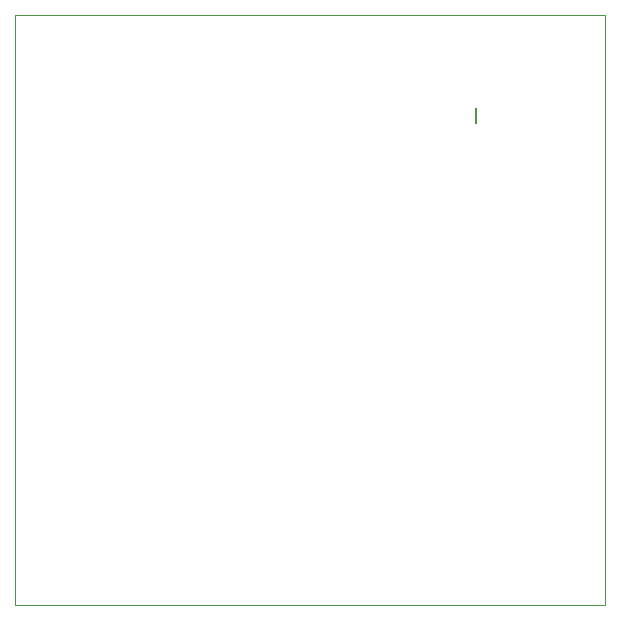
<source format=gbo>
G75*
%MOIN*%
%OFA0B0*%
%FSLAX25Y25*%
%IPPOS*%
%LPD*%
%AMOC8*
5,1,8,0,0,1.08239X$1,22.5*
%
%ADD10C,0.00000*%
%ADD11C,0.00800*%
D10*
X0001000Y0001000D02*
X0001000Y0197850D01*
X0197850Y0197850D01*
X0197850Y0001000D01*
X0001000Y0001000D01*
D11*
X0154681Y0161650D02*
X0154681Y0166650D01*
M02*

</source>
